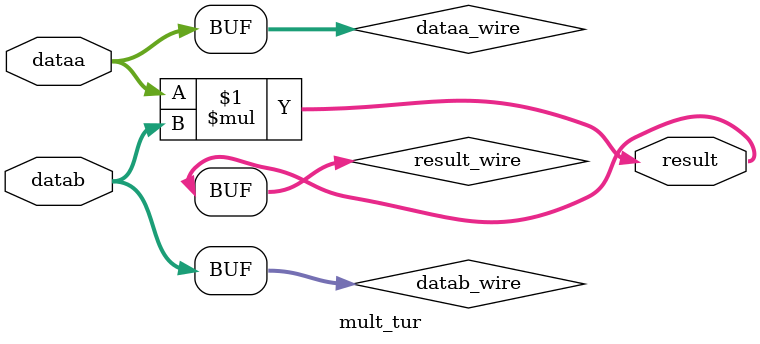
<source format=v>






//synthesis_resources = 
//synopsys translate_off
`timescale 1 ps / 1 ps
//synopsys translate_on
module  mult_tur
	( 
	dataa,
	datab,
	result) /* synthesis synthesis_clearbox=1 */;
	input   [7:0]  dataa;
	input   [7:0]  datab;
	output   [15:0]  result;

	wire signed	[7:0]    dataa_wire;
	wire signed	[7:0]    datab_wire;
	wire signed	[15:0]    result_wire;



	assign dataa_wire = dataa;
	assign datab_wire = datab;
	assign result_wire = dataa_wire * datab_wire;
	assign result = ({result_wire[15:0]});

endmodule //mult_tur
//VALID FILE

</source>
